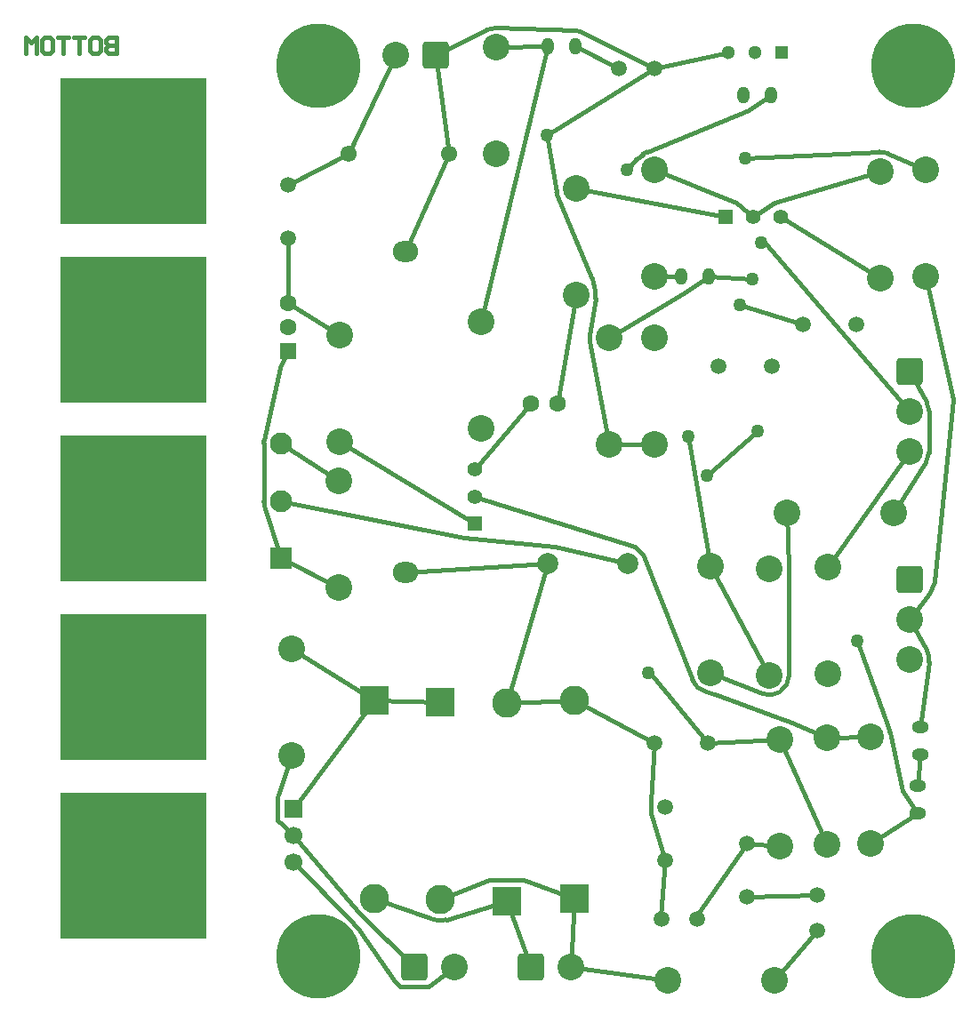
<source format=gbl>
G04*
G04 #@! TF.GenerationSoftware,Altium Limited,Altium Designer,20.0.13 (296)*
G04*
G04 Layer_Physical_Order=2*
G04 Layer_Color=16711680*
%FSLAX42Y42*%
%MOMM*%
G71*
G01*
G75*
%ADD52C,0.41*%
%ADD53C,0.45*%
%ADD54C,1.50*%
%ADD55O,1.20X1.60*%
%ADD56C,2.54*%
G04:AMPARAMS|DCode=57|XSize=2.54mm|YSize=2.54mm|CornerRadius=0.32mm|HoleSize=0mm|Usage=FLASHONLY|Rotation=90.000|XOffset=0mm|YOffset=0mm|HoleType=Round|Shape=RoundedRectangle|*
%AMROUNDEDRECTD57*
21,1,2.54,1.91,0,0,90.0*
21,1,1.91,2.54,0,0,90.0*
1,1,0.64,0.95,0.95*
1,1,0.64,0.95,-0.95*
1,1,0.64,-0.95,-0.95*
1,1,0.64,-0.95,0.95*
%
%ADD57ROUNDEDRECTD57*%
%ADD58C,1.55*%
%ADD59R,2.10X2.10*%
%ADD60C,2.10*%
%ADD61O,2.40X2.00*%
%ADD62C,2.00*%
%ADD63C,1.40*%
%ADD64R,1.40X1.40*%
%ADD65C,1.60*%
%ADD66C,1.30*%
%ADD67R,1.30X1.30*%
G04:AMPARAMS|DCode=68|XSize=2.54mm|YSize=2.54mm|CornerRadius=0.32mm|HoleSize=0mm|Usage=FLASHONLY|Rotation=180.000|XOffset=0mm|YOffset=0mm|HoleType=Round|Shape=RoundedRectangle|*
%AMROUNDEDRECTD68*
21,1,2.54,1.91,0,0,180.0*
21,1,1.91,2.54,0,0,180.0*
1,1,0.64,-0.95,0.95*
1,1,0.64,0.95,0.95*
1,1,0.64,0.95,-0.95*
1,1,0.64,-0.95,-0.95*
%
%ADD68ROUNDEDRECTD68*%
%ADD69O,1.60X1.20*%
%ADD70C,2.80*%
%ADD71R,2.80X2.80*%
%ADD72R,1.60X1.60*%
%ADD73R,1.70X1.70*%
%ADD74C,1.70*%
%ADD75R,14.00X14.00*%
%ADD76C,8.00*%
%ADD77R,1.40X1.40*%
%ADD78C,1.27*%
D52*
X6088Y8124D02*
G03*
X6047Y8101I71J-174D01*
G01*
X8743Y5169D02*
G03*
X8773Y5260I-158J102D01*
G01*
X8773Y5653D02*
G03*
X8749Y5745I-188J-1D01*
G01*
X8771Y3264D02*
G03*
X8749Y3382I-186J26D01*
G01*
X8401Y2592D02*
G03*
X8394Y2616I-184J-39D01*
G01*
X7181Y2963D02*
G03*
X7349Y2976I71J174D01*
G01*
D02*
G03*
X7440Y3137I-97J161D01*
G01*
Y4153D02*
G03*
X7439Y4161I-188J0D01*
G01*
X6518Y3094D02*
G03*
X6647Y2980I175J68D01*
G01*
X7428Y2700D02*
G03*
X7419Y2704I-75J-172D01*
G01*
X5542Y6379D02*
G03*
X5543Y6315I186J-29D01*
G01*
X5225Y7740D02*
G03*
X5237Y7700I185J32D01*
G01*
X5596Y6728D02*
G03*
X5592Y6802I-186J29D01*
G01*
X8383Y8109D02*
G03*
X8297Y8125I-77J-171D01*
G01*
X2438Y4799D02*
G03*
X2445Y4749I166J0D01*
G01*
X2441Y5380D02*
G03*
X2438Y5344I162J-35D01*
G01*
X4654Y9306D02*
G03*
X4564Y9287I-6J-188D01*
G01*
X4046Y812D02*
G03*
X4175Y809I69J189D01*
G01*
X3340Y883D02*
G03*
X3351Y871I153J130D01*
G01*
X3335Y722D02*
G03*
X3286Y780I-378J-265D01*
G01*
X7212Y7252D02*
X7225Y7239D01*
X7178Y7261D02*
X7212Y7252D01*
X7225Y7239D02*
X7226Y7238D01*
X8585Y5651D01*
X6972Y6668D02*
X7569Y6477D01*
X6657Y5040D02*
X7137Y5461D01*
X6477Y5410D02*
X6693Y4178D01*
X6088Y8124D02*
X7058Y8520D01*
X5893Y7950D02*
X5980Y8050D01*
X5983Y8053D01*
X5985Y8054D01*
X6047Y8101D01*
X7058Y8520D02*
X7267Y8661D01*
X7811Y4166D02*
X8585Y5271D01*
X8433Y4686D02*
X8743Y5169D01*
X8773Y5653D02*
X8776Y5319D01*
X8773Y5260D02*
X8776Y5307D01*
Y5319D01*
X8776Y5319D02*
X8776Y5319D01*
X8585Y6033D02*
X8749Y5745D01*
X8687Y2645D02*
X8771Y3264D01*
X8828Y4036D02*
X9004Y5761D01*
X8585Y3670D02*
X8773Y3918D01*
X8826Y4026D01*
X8828Y4036D01*
X8738Y6934D02*
X9003Y5772D01*
X9004Y5768D01*
Y5761D02*
Y5768D01*
X8585Y3670D02*
X8749Y3382D01*
X8520Y2036D02*
X8661Y1826D01*
X8401Y2592D02*
X8520Y2036D01*
X8090Y3467D02*
X8394Y2616D01*
X6162Y3108D02*
X6668Y2489D01*
X6096Y3162D02*
X6158Y3113D01*
X6161Y3110D01*
X6162Y3108D01*
X7023Y8064D02*
X8297Y8125D01*
X6671Y6934D02*
X7087Y6909D01*
X6693Y3162D02*
X7181Y2963D01*
X7417Y4686D02*
X7439Y4161D01*
X7440Y3137D02*
Y4153D01*
X6693Y4178D02*
X7252Y3137D01*
X6647Y2980D02*
X6728Y2960D01*
X6058Y4271D02*
X6518Y3094D01*
X7428Y2700D02*
X7798Y2540D01*
X6731Y2959D02*
X7419Y2704D01*
X6728Y2960D02*
X6731Y2959D01*
X5972Y4365D02*
X6047Y4290D01*
X6051Y4286D01*
X6058Y4271D01*
X4445Y4839D02*
X5972Y4365D01*
X5210D02*
X5906Y4204D01*
X4350Y4448D02*
X5210Y4365D01*
X5543Y6315D02*
X5728Y5334D01*
X5542Y6379D02*
X5596Y6728D01*
X5237Y7700D02*
X5559Y6932D01*
X5131Y8280D02*
X5225Y7740D01*
X5563Y6920D02*
X5592Y6802D01*
X5559Y6932D02*
X5563Y6922D01*
X5563Y6920D01*
X5728Y6350D02*
X6461Y6793D01*
X6671Y6934D01*
X5410Y7772D02*
X6839Y7506D01*
X5232Y5728D02*
X5410Y6756D01*
X5131Y8280D02*
X6157Y8915D01*
X4508Y6502D02*
X5140Y9131D01*
X6935Y7637D02*
X7099Y7506D01*
X6160Y7950D02*
X6935Y7637D01*
X6160Y6934D02*
X6410D01*
X7353Y2527D02*
X7798Y1524D01*
X4445Y5099D02*
X4978Y5728D01*
X2603Y4799D02*
X4350Y4448D01*
X3785Y4116D02*
X5144Y4204D01*
X5728Y5334D02*
X6160D01*
X3162Y5359D02*
X4445Y4579D01*
X2445Y4749D02*
X2603Y4254D01*
X3150Y3975D01*
X2603Y5344D02*
X3150Y4991D01*
X2667Y6681D02*
X3162Y6375D01*
X8383Y8109D02*
X8738Y7950D01*
X7099Y7506D02*
X7305Y7637D01*
X8306Y7938D01*
X7359Y7506D02*
X8306Y6921D01*
X5401Y9131D02*
X5817Y8915D01*
X2590Y6066D02*
X2591Y6071D01*
X2441Y5380D02*
X2590Y6066D01*
X2591Y6071D02*
X2667Y6223D01*
X2438Y4799D02*
Y5344D01*
X2667Y6681D02*
Y7303D01*
X4648Y9119D02*
X5140Y9131D01*
X4077Y9042D02*
X4198Y8103D01*
X3785Y7175D02*
X4198Y8103D01*
X2667Y7811D02*
X3244Y8103D01*
X3696Y9042D01*
X4654Y9306D02*
X5401Y9283D01*
X4077Y9042D02*
X4564Y9287D01*
X5401Y9283D02*
X5405Y9282D01*
X5451Y9272D01*
X6157Y8915D01*
X6858Y9068D01*
X2705Y3391D02*
X3492Y2898D01*
X4750Y2872D02*
X5144Y4204D01*
X3492Y2898D02*
X4115Y2885D01*
X2718Y1867D02*
X3492Y2898D01*
X2718Y1613D02*
X3340Y883D01*
X2608Y1721D02*
X2718Y1613D01*
X2572Y1757D02*
X2608Y1721D01*
X2572Y1757D02*
Y1977D01*
X2705Y2375D01*
X4750Y2872D02*
X5397Y2898D01*
X6160Y2489D01*
X7798Y2540D02*
X8217Y2553D01*
X8661Y2086D02*
X8687Y2385D01*
X8217Y1537D02*
X8661Y1826D01*
X6125Y1936D02*
X6160Y2489D01*
X6125Y1823D02*
Y1936D01*
Y1823D02*
X6261Y1372D01*
X6668Y2489D02*
X7353Y2527D01*
X6218Y838D02*
X6261Y1372D01*
X6558Y838D02*
X7036Y1537D01*
X7353Y1511D01*
X7036Y1029D02*
X7709Y1046D01*
X7303Y229D02*
X7709Y706D01*
X5359Y356D02*
X6287Y229D01*
X3492Y1014D02*
X4046Y812D01*
X4175Y809D02*
X4750Y988D01*
X4978Y356D01*
X5359D02*
X5397Y1014D01*
X4115Y1001D02*
X4585Y1189D01*
X4915D01*
X5397Y1014D01*
X4007Y168D02*
X4254Y356D01*
X4214Y315D02*
X4254Y356D01*
X3351Y871D02*
X3874Y356D01*
X3740Y168D02*
X4007D01*
X2718Y1359D02*
X3286Y780D01*
X3686Y222D02*
X3740Y168D01*
X3335Y722D02*
X3686Y222D01*
D53*
X1034Y9215D02*
Y9062D01*
X958D01*
X933Y9088D01*
Y9113D01*
X958Y9139D01*
X1034D01*
X958D01*
X933Y9164D01*
Y9189D01*
X958Y9215D01*
X1034D01*
X806D02*
X856D01*
X882Y9189D01*
Y9088D01*
X856Y9062D01*
X806D01*
X780Y9088D01*
Y9189D01*
X806Y9215D01*
X729D02*
X628D01*
X679D01*
Y9062D01*
X577Y9215D02*
X475D01*
X526D01*
Y9062D01*
X349Y9215D02*
X399D01*
X425Y9189D01*
Y9088D01*
X399Y9062D01*
X349D01*
X323Y9088D01*
Y9189D01*
X349Y9215D01*
X272Y9062D02*
Y9215D01*
X222Y9164D01*
X171Y9215D01*
Y9062D01*
D54*
X6157Y8915D02*
D03*
X5817D02*
D03*
X2667Y7811D02*
D03*
Y7303D02*
D03*
X8077Y6477D02*
D03*
X7569D02*
D03*
X6769Y6083D02*
D03*
X7277D02*
D03*
X6668Y2489D02*
D03*
X6160D02*
D03*
X6261Y1880D02*
D03*
Y1372D02*
D03*
X7036Y1537D02*
D03*
Y1029D02*
D03*
X7709Y1046D02*
D03*
Y706D02*
D03*
X6566Y813D02*
D03*
X6226D02*
D03*
D55*
X5140Y9131D02*
D03*
X5401D02*
D03*
X6410Y6934D02*
D03*
X6671D02*
D03*
X7267Y8661D02*
D03*
X7007D02*
D03*
D56*
X4648Y8103D02*
D03*
Y9119D02*
D03*
X3696Y9042D02*
D03*
X2705Y2375D02*
D03*
Y3391D02*
D03*
X3150Y4991D02*
D03*
Y3975D02*
D03*
X3162Y5359D02*
D03*
Y6375D02*
D03*
X4508Y5486D02*
D03*
Y6502D02*
D03*
X6160Y5334D02*
D03*
Y6350D02*
D03*
X5728Y5334D02*
D03*
Y6350D02*
D03*
X5410Y6756D02*
D03*
Y7772D02*
D03*
X6160Y6934D02*
D03*
Y7950D02*
D03*
X8306Y7938D02*
D03*
Y6921D02*
D03*
X8738Y6934D02*
D03*
Y7950D02*
D03*
X7417Y4686D02*
D03*
X8433D02*
D03*
X8585Y3670D02*
D03*
Y3289D02*
D03*
X6693Y3162D02*
D03*
Y4178D02*
D03*
X7252Y4153D02*
D03*
Y3137D02*
D03*
X7811Y3150D02*
D03*
Y4166D02*
D03*
X8217Y2553D02*
D03*
Y1537D02*
D03*
X7798Y1524D02*
D03*
Y2540D02*
D03*
X7303Y229D02*
D03*
X6287D02*
D03*
X8585Y5651D02*
D03*
Y5271D02*
D03*
X7353Y2527D02*
D03*
Y1511D02*
D03*
X5359Y356D02*
D03*
X4254D02*
D03*
D57*
X4077Y9042D02*
D03*
X4978Y356D02*
D03*
X3874D02*
D03*
D58*
X4198Y8103D02*
D03*
X3244D02*
D03*
D59*
X2603Y4254D02*
D03*
D60*
Y4799D02*
D03*
Y5344D02*
D03*
D61*
X3785Y4116D02*
D03*
Y7175D02*
D03*
D62*
X5144Y4204D02*
D03*
X5906D02*
D03*
D63*
X4445Y4839D02*
D03*
Y5099D02*
D03*
X7359Y7506D02*
D03*
X7099D02*
D03*
D64*
X4445Y4579D02*
D03*
D65*
X5232Y5728D02*
D03*
X4978D02*
D03*
X2667Y6681D02*
D03*
Y6452D02*
D03*
D66*
X6858Y9068D02*
D03*
X7112D02*
D03*
D67*
X7366D02*
D03*
D68*
X8585Y4051D02*
D03*
Y6033D02*
D03*
D69*
X8687Y2645D02*
D03*
Y2385D02*
D03*
X8661Y1826D02*
D03*
Y2086D02*
D03*
D70*
X5397Y2898D02*
D03*
X4750Y2872D02*
D03*
X4115Y1001D02*
D03*
X3492Y1014D02*
D03*
D71*
X5397D02*
D03*
X4750Y988D02*
D03*
X4115Y2885D02*
D03*
X3492Y2898D02*
D03*
D72*
X2667Y6223D02*
D03*
D73*
X2718Y1867D02*
D03*
D74*
Y1613D02*
D03*
Y1359D02*
D03*
D75*
X1194Y1321D02*
D03*
Y3023D02*
D03*
Y4724D02*
D03*
Y6426D02*
D03*
Y8128D02*
D03*
D76*
X8623Y457D02*
D03*
X2957D02*
D03*
Y8941D02*
D03*
X8623D02*
D03*
D77*
X6839Y7506D02*
D03*
D78*
X7178Y7261D02*
D03*
X6972Y6668D02*
D03*
X7137Y5461D02*
D03*
X6657Y5040D02*
D03*
X8090Y3467D02*
D03*
X6096Y3162D02*
D03*
X6477Y5410D02*
D03*
X5893Y7950D02*
D03*
X7023Y8064D02*
D03*
X7087Y6909D02*
D03*
X5131Y8280D02*
D03*
M02*

</source>
